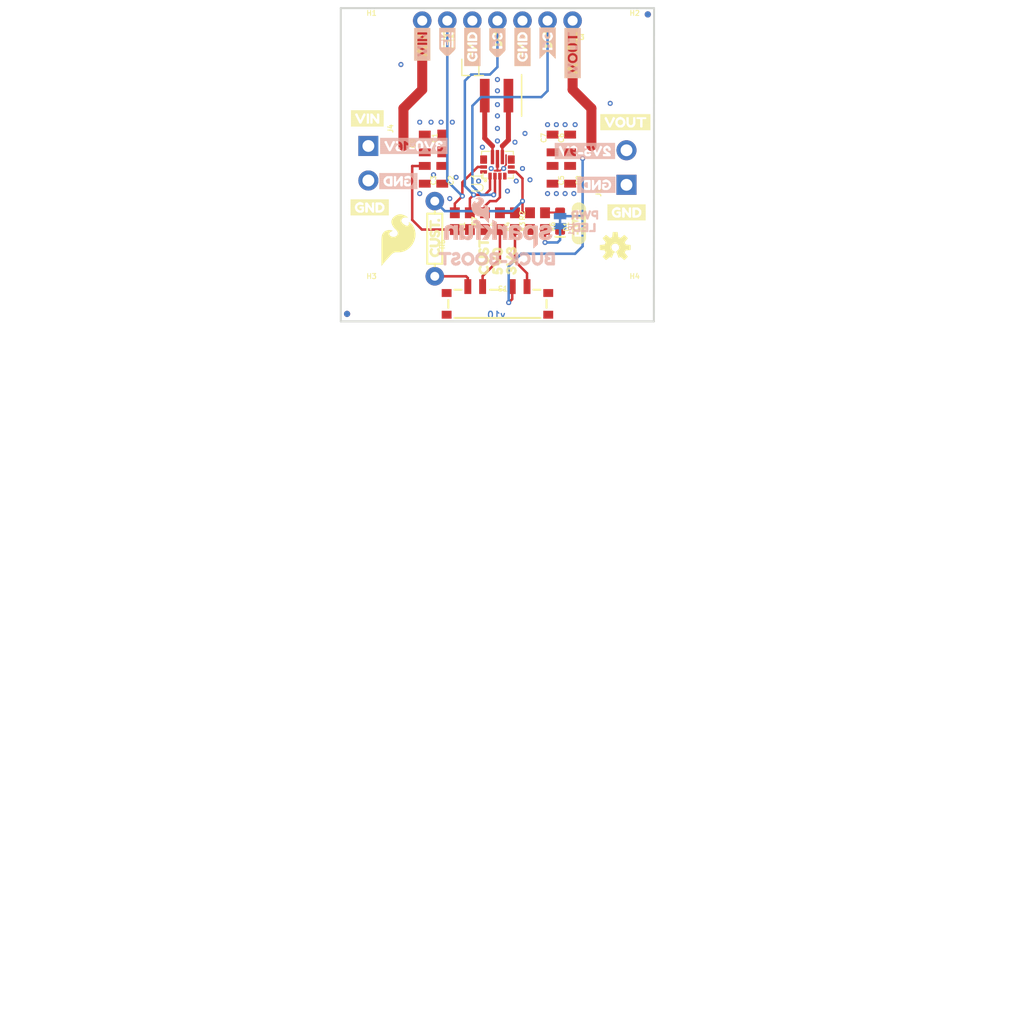
<source format=kicad_pcb>
(kicad_pcb (version 20211014) (generator pcbnew)
  (layers (0 "F.Cu" signal) (31 "B.Cu" signal) (34 "B.Paste" user) (35 "F.Paste" user) (36 "B.SilkS" user "B.Silkscreen") (37 "F.SilkS" user "F.Silkscreen") (38 "B.Mask" user) (39 "F.Mask" user) (44 "Edge.Cuts" user))
  (net 0 "")
  (net 1 "N$1")
  (net 2 "N$2")
  (net 3 "VIN")
  (net 4 "N$6")
  (net 5 "GND")
  (net 6 "VOUT")
  (net 7 "FB")
  (net 8 "~{EN}")
  (net 9 "N$4")
  (net 10 "N$5")
  (net 11 "N$7")
  (net 12 "N$8")
  (net 13 "N$9")
  (net 14 "PS")
  (net 15 "PG")
  (footprint "boardEagle:PS1" (layer "F.Cu") (at 148.5011 94.2086 90)
    (fp_text reference "U$23" hide)
    (fp_text value "" hide)
  )
  (footprint "boardEagle:GND1" (layer "F.Cu") (at 145.9611 95.4786 90)
    (fp_text reference "U$4" hide)
    (fp_text value "" hide)
  )
  (footprint "boardEagle:PWR2" (layer "F.Cu") (at 156.7561 113.1316 90)
    (fp_text reference "U$1" hide)
    (fp_text value "" hide)
  )
  (footprint "boardEagle:VIN3" (layer "F.Cu") (at 133.1341 100.3046)
    (fp_text reference "U$5" hide)
    (fp_text value "" hide)
  )
  (footprint "boardEagle:0603" (layer "F.Cu") (at 150.2791 110.7186 -90)
    (fp_text reference "R3" (at 0 -0.762 90) (layer "F.SilkS") (effects (font (size 0.512064 0.512064) (thickness 0.097536)) (justify right)))
    (fp_text value "213k")
    (pad "1" smd rect (at -0.85 0 270) (size 1.1 1) (layers "F.Cu" "F.Paste" "F.Mask") (net 7 "FB"))
    (pad "2" smd rect (at 0.85 0 270) (size 1.1 1) (layers "F.Cu" "F.Paste" "F.Mask") (net 11 "N$7"))
  )
  (footprint "boardEagle:LED-0603" (layer "F.Cu") (at 154.8511 110.7186 -90)
    (fp_text reference "D1" (at 0 -0.635 90) (layer "F.SilkS") (effects (font (size 0.512064 0.512064) (thickness 0.097536)) (justify right)))
    (fp_text value "RED")
    (pad "A" smd roundrect (at -0.877 0 180) (size 1 1) (layers "F.Cu" "F.Paste" "F.Mask") (roundrect_rratio 0.15) (net 13 "N$9"))
    (pad "C" smd roundrect (at 0.877 0 180) (size 1 1) (layers "F.Cu" "F.Paste" "F.Mask") (roundrect_rratio 0.15) (net 5 "GND"))
  )
  (footprint "boardEagle:3V39" (layer "F.Cu") (at 149.8981 117.0686 90)
    (fp_text reference "U$19" hide)
    (fp_text value "" hide)
  )
  (footprint "boardEagle:0805" (layer "F.Cu") (at 155.8671 102.8446 90)
    (fp_text reference "C6" (at 0 -0.889 90) (layer "F.SilkS") (effects (font (size 0.512064 0.512064) (thickness 0.097536)) (justify left)))
    (fp_text value "22uF")
    (pad "1" smd rect (at -0.9 0 90) (size 0.8 1.2) (layers "F.Cu" "F.Paste" "F.Mask") (net 6 "VOUT"))
    (pad "2" smd rect (at 0.9 0 90) (size 0.8 1.2) (layers "F.Cu" "F.Paste" "F.Mask") (net 5 "GND"))
  )
  (footprint "boardEagle:GND1" (layer "F.Cu") (at 151.0411 95.4786 90)
    (fp_text reference "U$20" hide)
    (fp_text value "" hide)
  )
  (footprint "boardEagle:0603" (layer "F.Cu") (at 147.2311 110.7186 -90)
    (fp_text reference "C4" (at 0 -0.762 90) (layer "F.SilkS") (effects (font (size 0.512064 0.512064) (thickness 0.097536)) (justify right)))
    (fp_text value "0.1uF")
    (pad "1" smd rect (at -0.85 0 270) (size 1.1 1) (layers "F.Cu" "F.Paste" "F.Mask") (net 4 "N$6"))
    (pad "2" smd rect (at 0.85 0 270) (size 1.1 1) (layers "F.Cu" "F.Paste" "F.Mask") (net 5 "GND"))
  )
  (footprint "boardEagle:GND4" (layer "F.Cu") (at 159.1691 109.8296)
    (fp_text reference "U$7" hide)
    (fp_text value "" hide)
  )
  (footprint "boardEagle:CREATIVE_COMMONS" (layer "F.Cu") (at 118.6561 139.9286)
    (fp_text reference "FRAME1" hide)
    (fp_text value "FRAME-LETTER" hide)
  )
  (footprint "boardEagle:0805" (layer "F.Cu") (at 141.1351 102.8446 90)
    (fp_text reference "C9" (at 0 -0.889 90) (layer "F.SilkS") (effects (font (size 0.48768 0.48768) (thickness 0.12192)) (justify bottom)))
    (fp_text value "10uF")
    (pad "1" smd rect (at -0.9 0 90) (size 0.8 1.2) (layers "F.Cu" "F.Paste" "F.Mask") (net 3 "VIN"))
    (pad "2" smd rect (at 0.9 0 90) (size 0.8 1.2) (layers "F.Cu" "F.Paste" "F.Mask") (net 5 "GND"))
  )
  (footprint "boardEagle:OSHW-LOGO-S" (layer "F.Cu") (at 160.4391 113.3856)
    (fp_text reference "LOGO2" hide)
    (fp_text value "OSHW-LOGOS" hide)
  )
  (footprint "boardEagle:CUST#7" (layer "F.Cu") (at 147.1041 117.0686 90)
    (fp_text reference "U$17" hide)
    (fp_text value "" hide)
  )
  (footprint "boardEagle:AXIAL-0.3" (layer "F.Cu") (at 142.1511 112.4966 -90)
    (fp_text reference "R5" (at 0 -0.762 90) (layer "F.SilkS") (effects (font (size 0.512064 0.512064) (thickness 0.097536)) (justify right)))
    (fp_text value "CUSTOM")
    (pad "P$1" thru_hole circle (at -3.81 0 270) (size 1.8796 1.8796) (drill 0.9) (layers *.Cu *.Mask) (net 7 "FB"))
    (pad "P$2" thru_hole circle (at 3.81 0 270) (size 1.8796 1.8796) (drill 0.9) (layers *.Cu *.Mask) (net 9 "N$4"))
  )
  (footprint "boardEagle:0805" (layer "F.Cu") (at 155.8671 106.0196 -90)
    (fp_text reference "C8" (at 0 -0.889 90) (layer "F.SilkS") (effects (font (size 0.512064 0.512064) (thickness 0.097536)) (justify right)))
    (fp_text value "22uF")
    (pad "1" smd rect (at -0.9 0 270) (size 0.8 1.2) (layers "F.Cu" "F.Paste" "F.Mask") (net 6 "VOUT"))
    (pad "2" smd rect (at 0.9 0 270) (size 0.8 1.2) (layers "F.Cu" "F.Paste" "F.Mask") (net 5 "GND"))
  )
  (footprint "boardEagle:0603" (layer "F.Cu") (at 151.8031 110.7186 90)
    (fp_text reference "R2" (at 0 -0.762 90) (layer "F.SilkS") (effects (font (size 0.512064 0.512064) (thickness 0.097536)) (justify left)))
    (fp_text value "68.1k")
    (pad "1" smd rect (at -0.85 0 90) (size 1.1 1) (layers "F.Cu" "F.Paste" "F.Mask") (net 5 "GND"))
    (pad "2" smd rect (at 0.85 0 90) (size 1.1 1) (layers "F.Cu" "F.Paste" "F.Mask") (net 7 "FB"))
  )
  (footprint "boardEagle:0805" (layer "F.Cu") (at 154.0891 106.0196 -90)
    (fp_text reference "C5" (at 0 -0.889 90) (layer "F.SilkS") (effects (font (size 0.512064 0.512064) (thickness 0.097536)) (justify right)))
    (fp_text value "10uF")
    (pad "1" smd rect (at -0.9 0 270) (size 0.8 1.2) (layers "F.Cu" "F.Paste" "F.Mask") (net 6 "VOUT"))
    (pad "2" smd rect (at 0.9 0 270) (size 0.8 1.2) (layers "F.Cu" "F.Paste" "F.Mask") (net 5 "GND"))
  )
  (footprint "boardEagle:FIDUCIAL-MICRO" (layer "F.Cu") (at 163.7411 89.7636)
    (fp_text reference "FD1" hide)
    (fp_text value "FIDUCIALUFIDUCIAL" hide)
    (pad "1" smd roundrect (at 0 0) (size 0.635 0.635) (layers "F.Cu" "F.Mask") (roundrect_rratio 0.5))
  )
  (footprint "boardEagle:0805" (layer "F.Cu") (at 142.9131 106.0196 -90)
    (fp_text reference "C2" (at 0 -0.889 90) (layer "F.SilkS") (effects (font (size 0.512064 0.512064) (thickness 0.097536)) (justify right)))
    (fp_text value "10uF")
    (pad "1" smd rect (at -0.9 0 270) (size 0.8 1.2) (layers "F.Cu" "F.Paste" "F.Mask") (net 3 "VIN"))
    (pad "2" smd rect (at 0.9 0 270) (size 0.8 1.2) (layers "F.Cu" "F.Paste" "F.Mask") (net 5 "GND"))
  )
  (footprint "boardEagle:0603" (layer "F.Cu") (at 145.7071 110.7186 -90)
    (fp_text reference "R7" (at 0 -0.762 -90) (layer "F.SilkS") (effects (font (size 0.48768 0.48768) (thickness 0.12192)) (justify bottom)))
    (fp_text value "10k")
    (pad "1" smd rect (at -0.85 0 270) (size 1.1 1) (layers "F.Cu" "F.Paste" "F.Mask") (net 14 "PS"))
    (pad "2" smd rect (at 0.85 0 270) (size 1.1 1) (layers "F.Cu" "F.Paste" "F.Mask") (net 3 "VIN"))
  )
  (footprint "boardEagle:STAND-OFF" (layer "F.Cu") (at 161.8361 118.3386)
    (fp_text reference "H4" (at 0 -2.032) (layer "F.SilkS") (effects (font (size 0.512064 0.512064) (thickness 0.097536)) (justify left)))
    (fp_text value "STAND-OFF")
    (pad "" np_thru_hole circle (at 0 0) (size 3.302 3.302) (drill 3.302) (layers *.Cu *.Mask))
  )
  (footprint "boardEagle:SFE_LOGO_FLAME_.2" (layer "F.Cu") (at 138.4681 112.6236)
    (fp_text reference "U$9" hide)
    (fp_text value "" hide)
  )
  (footprint "boardEagle:0603" (layer "F.Cu") (at 153.3271 110.7186 -90)
    (fp_text reference "R6" (at 0 -0.762 90) (layer "F.SilkS") (effects (font (size 0.512064 0.512064) (thickness 0.097536)) (justify right)))
    (fp_text value "1k")
    (pad "1" smd rect (at -0.85 0 270) (size 1.1 1) (layers "F.Cu" "F.Paste" "F.Mask") (net 13 "N$9"))
    (pad "2" smd rect (at 0.85 0 270) (size 1.1 1) (layers "F.Cu" "F.Paste" "F.Mask") (net 12 "N$8"))
  )
  (footprint "boardEagle:FIDUCIAL-MICRO" (layer "F.Cu") (at 133.2611 120.1166)
    (fp_text reference "FD3" hide)
    (fp_text value "FIDUCIALUFIDUCIAL" hide)
    (pad "1" smd roundrect (at 0 0) (size 0.635 0.635) (layers "F.Cu" "F.Mask") (roundrect_rratio 0.5))
  )
  (footprint "boardEagle:0603" (layer "F.Cu") (at 142.9131 102.8446 90)
    (fp_text reference "C1" (at 0 -0.762 90) (layer "F.SilkS") (effects (font (size 0.512064 0.512064) (thickness 0.097536)) (justify left)))
    (fp_text value "0.1uF")
    (pad "1" smd rect (at -0.85 0 90) (size 1.1 1) (layers "F.Cu" "F.Paste" "F.Mask") (net 3 "VIN"))
    (pad "2" smd rect (at 0.85 0 90) (size 1.1 1) (layers "F.Cu" "F.Paste" "F.Mask") (net 5 "GND"))
  )
  (footprint "boardEagle:VIN0" (layer "F.Cu") (at 140.8811 94.9706 90)
    (fp_text reference "U$3" hide)
    (fp_text value "" hide)
  )
  (footprint "boardEagle:STAND-OFF" (layer "F.Cu") (at 135.1661 91.6686)
    (fp_text reference "H1" (at 0 -2.032) (layer "F.SilkS") (effects (font (size 0.512064 0.512064) (thickness 0.097536)) (justify left)))
    (fp_text value "STAND-OFF")
    (pad "" np_thru_hole circle (at 0 0) (size 3.302 3.302) (drill 3.302) (layers *.Cu *.Mask))
  )
  (footprint "boardEagle:5V08" (layer "F.Cu") (at 148.5011 117.0686 90)
    (fp_text reference "U$18" hide)
    (fp_text value "" hide)
  )
  (footprint "boardEagle:ORDERING_INSTRUCTIONS" (layer "F.Cu") (at 98.3361 141.1986)
    (fp_text reference "LOGO3" hide)
    (fp_text value "SPECIAL_INSTRUCTIONS-ORDERING" hide)
  )
  (footprint "boardEagle:0603" (layer "F.Cu") (at 144.1831 110.7186 -90)
    (fp_text reference "R1" (at 0 -0.762 90) (layer "F.SilkS") (effects (font (size 0.512064 0.512064) (thickness 0.097536)) (justify right)))
    (fp_text value "10k")
    (pad "1" smd rect (at -0.85 0 270) (size 1.1 1) (layers "F.Cu" "F.Paste" "F.Mask") (net 8 "~{EN}"))
    (pad "2" smd rect (at 0.85 0 270) (size 1.1 1) (layers "F.Cu" "F.Paste" "F.Mask") (net 3 "VIN"))
  )
  (footprint "boardEagle:VQFN-15-HR(3X2.5)" (layer "F.Cu") (at 148.5011 105.0036 90)
    (fp_text reference "U1" (at -3 -2 90) (layer "F.SilkS") (effects (font (size 1.176528 1.176528) (thickness 0.093472)) (justify left)))
    (fp_text value "TPS63070")
    (pad "P$1" smd roundrect (at -1.15 -0.75 90) (size 0.7 0.35) (layers "F.Cu") (roundrect_rratio 0.15) (net 14 "PS"))
    (pad "P$2" smd roundrect (at -1.15 -0.25 90) (size 0.7 0.35) (layers "F.Cu") (roundrect_rratio 0.15) (net 15 "PG"))
    (pad "P$3" smd roundrect (at -1.15 0.25 90) (size 0.7 0.35) (layers "F.Cu") (roundrect_rratio 0.15) (net 4 "N$6"))
    (pad "P$4" smd roundrect (at -1.15 0.75 90) (size 0.7 0.35) (layers "F.Cu") (roundrect_rratio 0.15) (net 5 "GND"))
    (pad "P$5" smd roundrect (at -0.725 1.4 180) (size 0.7 0.35) (layers "F.Cu") (roundrect_rratio 0.15) (net 7 "FB"))
    (pad "P$6" smd roundrect (at -0.225 1.4 180) (size 0.7 0.35) (layers "F.Cu") (roundrect_rratio 0.15) (net 5 "GND"))
    (pad "P$7/8" smd roundrect (at 0.525 1.4 90) (size 0.85 0.7) (layers "F.Cu") (roundrect_rratio 0.075) (net 6 "VOUT"))
    (pad "P$9" smd roundrect (at 0.775 0.5 90) (size 1.45 0.35) (layers "F.Cu") (roundrect_rratio 0.155) (net 2 "N$2"))
    (pad "P$10" smd roundrect (at 0.6 0 90) (size 1.8 0.35) (layers "F.Cu") (roundrect_rratio 0.155) (net 5 "GND"))
    (pad "P$11" smd roundrect (at 0.775 -0.5 90) (size 1.45 0.35) (layers "F.Cu") (roundrect_rratio 0.155) (net 1 "N$1"))
    (pad "P$12/13" smd roundrect (at 0.525 -1.4 90) (size 0.85 0.7) (layers "F.Cu") (roundrect_rratio 0.075) (net 3 "VIN"))
    (pad "P$14" smd roundrect (at -0.225 -1.4 180) (size 0.7 0.35) (layers "F.Cu") (roundrect_rratio 0.15) (net 8 "~{EN}"))
    (pad "P$15" smd roundrect (at -0.725 -1.4 180) (size 0.7 0.35) (layers "F.Cu") (roundrect_rratio 0.15) (net 5 "GND"))
  )
  (footprint "boardEagle:GND4" (layer "F.Cu") (at 133.1341 109.3216)
    (fp_text reference "U$6" hide)
    (fp_text value "" hide)
  )
  (footprint "boardEagle:0603" (layer "F.Cu") (at 148.7551 110.7186 -90)
    (fp_text reference "R4" (at 0 -0.762 90) (layer "F.SilkS") (effects (font (size 0.512064 0.512064) (thickness 0.097536)) (justify right)))
    (fp_text value "365k")
    (pad "1" smd rect (at -0.85 0 270) (size 1.1 1) (layers "F.Cu" "F.Paste" "F.Mask") (net 7 "FB"))
    (pad "2" smd rect (at 0.85 0 270) (size 1.1 1) (layers "F.Cu" "F.Paste" "F.Mask") (net 10 "N$5"))
  )
  (footprint "boardEagle:VOUT5" (layer "F.Cu") (at 158.4071 100.6856)
    (fp_text reference "U$8" hide)
    (fp_text value "" hide)
  )
  (footprint "boardEagle:0805" (layer "F.Cu") (at 141.1351 106.0196 -90)
    (fp_text reference "C3" (at 0 -0.889 90) (layer "F.SilkS") (effects (font (size 0.512064 0.512064) (thickness 0.097536)) (justify right)))
    (fp_text value "10uF")
    (pad "1" smd rect (at -0.9 0 270) (size 0.8 1.2) (layers "F.Cu" "F.Paste" "F.Mask") (net 3 "VIN"))
    (pad "2" smd rect (at 0.9 0 270) (size 0.8 1.2) (layers "F.Cu" "F.Paste" "F.Mask") (net 5 "GND"))
  )
  (footprint "boardEagle:#EN0" (layer "F.Cu") (at 143.4211 94.2086 90)
    (fp_text reference "U$22" hide)
    (fp_text value "" hide)
  )
  (footprint "boardEagle:SWITCH_SP3T_SMD" (layer "F.Cu") (at 148.5011 119.1006 180)
    (fp_text reference "S1" (at 0 1.524) (layer "F.SilkS") (effects (font (size 0.512064 0.512064) (thickness 0.097536)) (justify left)))
    (fp_text value "")
    (pad "" np_thru_hole circle (at 2.5 0 180) (size 0.9 0.9) (drill 0.9) (layers *.Cu *.Mask))
    (pad "" np_thru_hole circle (at -2.5 0 180) (size 0.9 0.9) (drill 0.9) (layers *.Cu *.Mask))
    (pad "1" smd rect (at 3 1.75) (size 0.7 1.5) (layers "F.Cu" "F.Paste" "F.Mask") (net 9 "N$4"))
    (pad "2" smd rect (at 1.5 1.75) (size 0.7 1.5) (layers "F.Cu" "F.Paste" "F.Mask") (net 10 "N$5"))
    (pad "3" smd rect (at -1.5 1.75) (size 0.7 1.5) (layers "F.Cu" "F.Paste" "F.Mask") (net 6 "VOUT"))
    (pad "4" smd rect (at -3 1.75) (size 0.7 1.5) (layers "F.Cu" "F.Paste" "F.Mask") (net 11 "N$7"))
    (pad "P$1" smd rect (at -5.15 1.1) (size 1 0.8) (layers "F.Cu" "F.Paste" "F.Mask"))
    (pad "P$2" smd rect (at -5.15 -1.1) (size 1 0.8) (layers "F.Cu" "F.Paste" "F.Mask"))
    (pad "P$3" smd rect (at 5.15 -1.1) (size 1 0.8) (layers "F.Cu" "F.Paste" "F.Mask"))
    (pad "P$4" smd rect (at 5.15 1.1) (size 1 0.8) (layers "F.Cu" "F.Paste" "F.Mask"))
  )
  (footprint "boardEagle:0805" (layer "F.Cu") (at 154.0891 102.8446 90)
    (fp_text reference "C7" (at 0 -0.889 90) (layer "F.SilkS") (effects (font (size 0.512064 0.512064) (thickness 0.097536)) (justify left)))
    (fp_text value "22uF")
    (pad "1" smd rect (at -0.9 0 90) (size 0.8 1.2) (layers "F.Cu" "F.Paste" "F.Mask") (net 6 "VOUT"))
    (pad "2" smd rect (at 0.9 0 90) (size 0.8 1.2) (layers "F.Cu" "F.Paste" "F.Mask") (net 5 "GND"))
  )
  (footprint "boardEagle:CUST#7" (layer "F.Cu") (at 142.1511 115.2906 90)
    (fp_text reference "U$2" hide)
    (fp_text value "" hide)
  )
  (footprint "boardEagle:SCREWTERMINAL-3.5MM-2-NS" (layer "F.Cu") (at 135.4201 103.0986 -90)
    (fp_text reference "J4" (at -1.27 -2.54 -90) (layer "F.SilkS") (effects (font (size 0.48768 0.48768) (thickness 0.12192)) (justify left bottom)))
    (fp_text value "")
    (pad "1" thru_hole rect (at 0 0 270) (size 2.032 2.032) (drill 1.2) (layers *.Cu *.Mask) (net 3 "VIN"))
    (pad "2" thru_hole circle (at 3.5 0 270) (size 2.032 2.032) (drill 1.2) (layers *.Cu *.Mask) (net 5 "GND"))
  )
  (footprint "boardEagle:STAND-OFF" (layer "F.Cu") (at 161.8361 91.6686)
    (fp_text reference "H2" (at 0 -2.032) (layer "F.SilkS") (effects (font (size 0.512064 0.512064) (thickness 0.097536)) (justify left)))
    (fp_text value "STAND-OFF")
    (pad "" np_thru_hole circle (at 0 0) (size 3.302 3.302) (drill 3.302) (layers *.Cu *.Mask))
  )
  (footprint "boardEagle:XFL4020" (layer "F.Cu") (at 146.2151 99.7966)
    (fp_text reference "L1" (at -1.8 -4.6) (layer "F.SilkS") (effects (font (size 1.647139 1.647139) (thickness 0.130861)) (justify left)))
    (fp_text value "1.5uH")
    (pad "P$1" smd rect (at 1 -1.8 90) (size 3.4 0.98) (layers "F.Cu" "F.Paste" "F.Mask") (net 1 "N$1"))
    (pad "P$2" smd rect (at 3.4 -1.8 90) (size 3.4 0.98) (layers "F.Cu" "F.Paste" "F.Mask") (net 2 "N$2"))
  )
  (footprint "boardEagle:PG2" (layer "F.Cu") (at 153.5811 94.3356 90)
    (fp_text reference "U$24" hide)
    (fp_text value "" hide)
  )
  (footprint "boardEagle:SCREWTERMINAL-3.5MM-2-NS" (layer "F.Cu") (at 161.5821 107.0356 90)
    (fp_text reference "J1" (at -1.27 -2.54 90) (layer "F.SilkS") (effects (font (size 0.48768 0.48768) (thickness 0.12192)) (justify left bottom)))
    (fp_text value "")
    (pad "1" thru_hole rect (at 0 0 90) (size 2.032 2.032) (drill 1.2) (layers *.Cu *.Mask) (net 5 "GND"))
    (pad "2" thru_hole circle (at 3.5 0 90) (size 2.032 2.032) (drill 1.2) (layers *.Cu *.Mask) (net 6 "VOUT"))
  )
  (footprint "boardEagle:1X07_NO_SILK" (layer "F.Cu") (at 156.1211 90.3986 180)
    (fp_text reference "J3" (at -1.27 -1.397 180) (layer "F.SilkS") (effects (font (size 0.48768 0.48768) (thickness 0.12192)) (justify right top)))
    (fp_text value "")
    (pad "1" thru_hole circle (at 0 0 270) (size 1.8796 1.8796) (drill 1.016) (layers *.Cu *.Mask) (net 6 "VOUT"))
    (pad "2" thru_hole circle (at 2.54 0 270) (size 1.8796 1.8796) (drill 1.016) (layers *.Cu *.Mask) (net 15 "PG"))
    (pad "3" thru_hole circle (at 5.08 0 270) (size 1.8796 1.8796) (drill 1.016) (layers *.Cu *.Mask) (net 5 "GND"))
    (pad "4" thru_hole circle (at 7.62 0 270) (size 1.8796 1.8796) (drill 1.016) (layers *.Cu *.Mask) (net 14 "PS"))
    (pad "5" thru_hole circle (at 10.16 0 270) (size 1.8796 1.8796) (drill 1.016) (layers *.Cu *.Mask) (net 5 "GND"))
    (pad "6" thru_hole circle (at 12.7 0 270) (size 1.8796 1.8796) (drill 1.016) (layers *.Cu *.Mask) (net 8 "~{EN}"))
    (pad "7" thru_hole circle (at 15.24 0 270) (size 1.8796 1.8796) (drill 1.016) (layers *.Cu *.Mask) (net 3 "VIN"))
  )
  (footprint "boardEagle:STAND-OFF" (layer "F.Cu") (at 135.1661 118.3386)
    (fp_text reference "H3" (at 0 -2.032) (layer "F.SilkS") (effects (font (size 0.512064 0.512064) (thickness 0.097536)) (justify left)))
    (fp_text value "STAND-OFF")
    (pad "" np_thru_hole circle (at 0 0) (size 3.302 3.302) (drill 3.302) (layers *.Cu *.Mask))
  )
  (footprint "boardEagle:VOUT2" (layer "F.Cu") (at 156.1211 96.7486 90)
    (fp_text reference "U$21" hide)
    (fp_text value "" hide)
  )
  (footprint "boardEagle:VIN0" (layer "B.Cu") (at 140.8811 94.9706 90)
    (fp_text reference "U$25" hide)
    (fp_text value "" hide)
  )
  (footprint "boardEagle:2V5#9V1" (layer "B.Cu") (at 160.9471 103.6066 180)
    (fp_text reference "U$14" hide)
    (fp_text value "" hide)
  )
  (footprint "boardEagle:GND4" (layer "B.Cu") (at 140.8811 106.6546 180)
    (fp_text reference "U$12" hide)
    (fp_text value "" hide)
  )
  (footprint "boardEagle:PS1" (layer "B.Cu") (at 148.5011 94.2086 90)
    (fp_text reference "U$29" hide)
    (fp_text value "" hide)
  )
  (footprint "boardEagle:FIDUCIAL-MICRO" (layer "B.Cu") (at 163.7411 89.7636 180)
    (fp_text reference "FD2" hide)
    (fp_text value "FIDUCIALUFIDUCIAL" hide)
    (pad "1" smd roundrect (at 0 0 180) (size 0.635 0.635) (layers "B.Cu" "B.Mask") (roundrect_rratio 0.5))
  )
  (footprint "boardEagle:LED0" (layer "B.Cu") (at 159.2961 111.3536 180)
    (fp_text reference "U$16" hide)
    (fp_text value "" hide)
  )
  (footprint "boardEagle:GND1" (layer "B.Cu") (at 145.9611 95.4786 90)
    (fp_text reference "U$30" hide)
    (fp_text value "" hide)
  )
  (footprint "boardEagle:FIDUCIAL-MICRO" (layer "B.Cu") (at 133.2611 120.1166 180)
    (fp_text reference "FD4" hide)
    (fp_text value "FIDUCIALUFIDUCIAL" hide)
    (pad "1" smd roundrect (at 0 0 180) (size 0.635 0.635) (layers "B.Cu" "B.Mask") (roundrect_rratio 0.5))
  )
  (footprint "boardEagle:BUCK#BOOST18" (layer "B.Cu") (at 155.4861 114.5286 180)
    (fp_text reference "U$15" hide)
    (fp_text value "" hide)
  )
  (footprint "boardEagle:SMT-JUMPER_2_NC_TRACE_NO-SILK" (layer "B.Cu") (at 154.8511 110.7186 90)
    (fp_text reference "JP1" (at 0 1.143 90) (layer "B.SilkS") (effects (font (size 0.512064 0.512064) (thickness 0.097536)) (justify left mirror)))
    (fp_text value "")
    (fp_poly (pts (xy -0.2032 -0.127) (xy 0.2032 -0.127) (xy 0.2032 0.127) (xy -0.2032 0.127)) (layer "B.Cu") (width 0) (fill solid))
    (pad "1" smd rect (at -0.508 0 90) (size 0.635 1.27) (layers "B.Cu" "B.Mask") (net 12 "N$8"))
    (pad "2" smd rect (at 0.508 0 90) (size 0.635 1.27) (layers "B.Cu" "B.Mask") (net 6 "VOUT"))
  )
  (footprint "boardEagle:GND4" (layer "B.Cu") (at 160.9471 107.0356 180)
    (fp_text reference "U$13" hide)
    (fp_text value "" hide)
  )
  (footprint "boardEagle:VOUT2" (layer "B.Cu") (at 156.1211 96.7486 90)
    (fp_text reference "U$26" hide)
    (fp_text value "" hide)
  )
  (footprint "boardEagle:PWR1" (layer "B.Cu") (at 159.5501 110.0836 180)
    (fp_text reference "U$11" hide)
    (fp_text value "" hide)
  )
  (footprint "boardEagle:GND1" (layer "B.Cu") (at 151.0411 95.4786 90)
    (fp_text reference "U$31" hide)
    (fp_text value "" hide)
  )
  (footprint "boardEagle:SFE_LOGO_NAME_FLAME_.1" (layer "B.Cu") (at 148.5011 111.9886 180)
    (fp_text reference "LOGO1" hide)
    (fp_text value "SFE_LOGO_NAME_FLAME.1_INCH" hide)
  )
  (footprint "boardEagle:3V0#16V6" (layer "B.Cu") (at 143.9291 103.0986 180)
    (fp_text reference "U$10" hide)
    (fp_text value "" hide)
  )
  (footprint "boardEagle:PG2" (layer "B.Cu") (at 153.5811 94.3356 90)
    (fp_text reference "U$27" hide)
    (fp_text value "" hide)
  )
  (footprint "boardEagle:#EN0" (layer "B.Cu") (at 143.4211 94.2086 90)
    (fp_text reference "U$28" hide)
    (fp_text value "" hide)
  )
  (gr_line (start 164.3561 120.8786) (end 164.3761 89.1286) (layer "Edge.Cuts") (width 0.2032))
  (gr_line (start 132.6261 89.1286) (end 132.6261 120.8786) (layer "Edge.Cuts") (width 0.2032))
  (gr_line (start 132.6261 120.8786) (end 164.3561 120.8786) (layer "Edge.Cuts") (width 0.2032))
  (gr_line (start 164.3761 89.1286) (end 132.6261 89.1286) (layer "Edge.Cuts") (width 0.2032))
  (gr_text "v10" (at 149.3901 120.6246) (layer "B.Cu") (effects (font (size 0.69088 0.69088) (thickness 0.12192)) (justify left bottom mirror)))
  (segment (start 147.2151 102.3206) (end 147.9931 103.0986) (width 0.508) (layer "F.Cu") (net 1))
  (segment (start 147.2151 97.9966) (end 147.2151 102.3206) (width 0.508) (layer "F.Cu") (net 1))
  (segment (start 148.0011 104.2286) (end 148.0011 103.0986) (width 0.254) (layer "F.Cu") (net 1))
  (segment (start 147.9931 103.0986) (end 148.0011 103.0986) (width 0.508) (layer "F.Cu") (net 1))
  (segment (start 149.0091 103.0986) (end 149.6151 102.4926) (width 0.508) (layer "F.Cu") (net 2))
  (segment (start 149.6151 102.4926) (end 149.6151 97.9966) (width 0.508) (layer "F.Cu") (net 2))
  (segment (start 149.0011 104.2286) (end 149.0011 103.0986) (width 0.254) (layer "F.Cu") (net 2))
  (segment (start 149.0011 103.0986) (end 149.0091 103.0986) (width 0.508) (layer "F.Cu") (net 2))
  (segment (start 144.1831 111.5686) (end 140.8421 111.5686) (width 0.254) (layer "F.Cu") (net 3))
  (segment (start 145.7071 111.5686) (end 144.1831 111.5686) (width 0.254) (layer "F.Cu") (net 3))
  (segment (start 140.8811 97.3836) (end 138.9761 99.2886) (width 1.016) (layer "F.Cu") (net 3))
  (segment (start 138.9761 99.2886) (end 138.9761 103.0986) (width 1.016) (layer "F.Cu") (net 3))
  (segment (start 140.8421 111.5686) (end 139.8651 110.5916) (width 0.254) (layer "F.Cu") (net 3))
  (segment (start 141.1241 105.1306) (end 141.1351 105.1196) (width 0.254) (layer "F.Cu") (net 3))
  (segment (start 140.8811 90.3986) (end 140.8811 97.3836) (width 1.016) (layer "F.Cu") (net 3))
  (segment (start 139.8651 105.1306) (end 141.1241 105.1306) (width 0.254) (layer "F.Cu") (net 3))
  (segment (start 139.8651 110.5916) (end 139.8651 105.1306) (width 0.254) (layer "F.Cu") (net 3))
  (segment (start 148.7511 108.3096) (end 148.3741 108.6866) (width 0.254) (layer "F.Cu") (net 4))
  (segment (start 148.7511 106.1536) (end 148.7511 108.3096) (width 0.254) (layer "F.Cu") (net 4))
  (segment (start 147.2311 109.1946) (end 147.2311 109.8686) (width 0.254) (layer "F.Cu") (net 4))
  (segment (start 147.7391 108.6866) (end 147.2311 109.1946) (width 0.254) (layer "F.Cu") (net 4))
  (segment (start 148.3741 108.6866) (end 147.7391 108.6866) (width 0.254) (layer "F.Cu") (net 4))
  (segment (start 149.3901 105.0036) (end 149.3901 104.963294) (width 0.1524) (layer "F.Cu") (net 5))
  (segment (start 149.3901 104.963294) (end 149.3733 104.946494) (width 0.1524) (layer "F.Cu") (net 5))
  (segment (start 149.3733 104.946494) (end 149.3733 104.010707) (width 0.1524) (layer "F.Cu") (net 5))
  (segment (start 148.5011 105.6004) (end 148.7933 105.6004) (width 0.2032) (layer "F.Cu") (net 5))
  (segment (start 148.5011 105.6004) (end 148.2089 105.6004) (width 0.2032) (layer "F.Cu") (net 5))
  (segment (start 148.7933 105.6004) (end 149.3901 105.0036) (width 0.1524) (layer "F.Cu") (net 5))
  (segment (start 148.5011 104.4036) (end 148.5011 105.6004) (width 0.2032) (layer "F.Cu") (net 5))
  (via (at 143.9291 100.6856) (size 0.508) (drill 0.254) (layers "F.Cu" "B.Cu") (net 5))
  (via (at 146.5961 106.6546) (size 0.508) (drill 0.254) (layers "F.Cu" "B.Cu") (net 5))
  (via (at 140.6271 107.9246) (size 0.508) (drill 0.254) (layers "F.Cu" "B.Cu") (net 5))
  (via (at 156.3751 100.9396) (size 0.508) (drill 0.254) (layers "F.Cu" "B.Cu") (net 5))
  (via (at 140.6271 100.6856) (size 0.508) (drill 0.254) (layers "F.Cu" "B.Cu") (net 5))
  (via (at 151.0411 105.3846) (size 0.508) (drill 0.254) (layers "F.Cu" "B.Cu") (net 5))
  (via (at 141.7701 100.6856) (size 0.508) (drill 0.254) (layers "F.Cu" "B.Cu") (net 5))
  (via (at 142.7861 100.6856) (size 0.508) (drill 0.254) (layers "F.Cu" "B.Cu") (net 5))
  (via (at 154.4701 107.9246) (size 0.508) (drill 0.254) (layers "F.Cu" "B.Cu") (net 5))
  (via (at 148.5011 102.5906) (size 0.508) (drill 0.254) (layers "F.Cu" "B.Cu") (net 5))
  (via (at 159.9311 98.7806) (size 0.508) (drill 0.254) (layers "F.Cu" "B.Cu") (net 5))
  (via (at 156.2481 107.9246) (size 0.508) (drill 0.254) (layers "F.Cu" "B.Cu") (net 5))
  (via (at 154.4701 100.9396) (size 0.508) (drill 0.254) (layers "F.Cu" "B.Cu") (net 5))
  (via (at 143.6751 108.4326) (size 0.508) (drill 0.254) (layers "F.Cu" "B.Cu") (net 5))
  (via (at 149.5171 107.6706) (size 0.508) (drill 0.254) (layers "F.Cu" "B.Cu") (net 5))
  (via (at 148.5011 98.9076) (size 0.508) (drill 0.254) (layers "F.Cu" "B.Cu") (net 5))
  (via (at 148.5011 100.0506) (size 0.508) (drill 0.254) (layers "F.Cu" "B.Cu") (net 5))
  (via (at 149.1361 105.3846) (size 0.508) (drill 0.254) (layers "F.Cu" "B.Cu") (net 5))
  (via (at 150.4061 106.6546) (size 0.508) (drill 0.254) (layers "F.Cu" "B.Cu") (net 5))
  (via (at 151.8031 106.5276) (size 0.508) (drill 0.254) (layers "F.Cu" "B.Cu") (net 5))
  (via (at 153.5811 107.9246) (size 0.508) (drill 0.254) (layers "F.Cu" "B.Cu") (net 5))
  (via (at 144.3101 106.2736) (size 0.508) (drill 0.254) (layers "F.Cu" "B.Cu") (net 5))
  (via (at 142.0241 106.0196) (size 0.508) (drill 0.254) (layers "F.Cu" "B.Cu") (net 5))
  (via (at 148.5011 96.3676) (size 0.508) (drill 0.254) (layers "F.Cu" "B.Cu") (net 5))
  (via (at 148.5011 97.5106) (size 0.508) (drill 0.254) (layers "F.Cu" "B.Cu") (net 5))
  (via (at 150.2791 102.7176) (size 0.508) (drill 0.254) (layers "F.Cu" "B.Cu") (net 5))
  (via (at 155.3591 107.9246) (size 0.508) (drill 0.254) (layers "F.Cu" "B.Cu") (net 5))
  (via (at 138.7221 94.8436) (size 0.508) (drill 0.254) (layers "F.Cu" "B.Cu") (net 5))
  (via (at 153.5811 100.9396) (size 0.508) (drill 0.254) (layers "F.Cu" "B.Cu") (net 5))
  (via (at 151.2951 101.8286) (size 0.508) (drill 0.254) (layers "F.Cu" "B.Cu") (net 5))
  (via (at 155.3591 100.9396) (size 0.508) (drill 0.254) (layers "F.Cu" "B.Cu") (net 5))
  (via (at 148.5011 101.3206) (size 0.508) (drill 0.254) (layers "F.Cu" "B.Cu") (net 5))
  (via (at 147.8661 105.3846) (size 0.508) (drill 0.254) (layers "F.Cu" "B.Cu") (net 5))
  (via (at 146.9771 103.2256) (size 0.508) (drill 0.254) (layers "F.Cu" "B.Cu") (net 5))
  (segment (start 150.0011 118.6166) (end 149.6441 118.9736) (width 0.254) (layer "F.Cu") (net 6))
  (segment (start 150.0011 117.3506) (end 150.0011 118.6166) (width 0.254) (layer "F.Cu") (net 6))
  (segment (start 156.1211 90.3986) (end 156.1211 97.3836) (width 1.016) (layer "F.Cu") (net 6))
  (segment (start 156.1211 97.3836) (end 158.0261 99.2886) (width 1.016) (layer "F.Cu") (net 6))
  (segment (start 158.0261 99.2886) (end 158.0261 103.0986) (width 1.016) (layer "F.Cu") (net 6))
  (via (at 149.6441 118.9736) (size 0.508) (drill 0.254) (layers "F.Cu" "B.Cu") (net 6))
  (via (at 157.1371 104.3686) (size 0.508) (drill 0.254) (layers "F.Cu" "B.Cu") (net 6))
  (segment (start 154.8511 110.2106) (end 156.5021 110.2106) (width 0.254) (layer "B.Cu") (net 6))
  (segment (start 156.3751 114.0206) (end 157.1371 113.2586) (width 0.254) (layer "B.Cu") (net 6))
  (segment (start 149.6441 118.9736) (end 149.6441 115.2906) (width 0.254) (layer "B.Cu") (net 6))
  (segment (start 156.5021 110.2106) (end 157.1371 110.2106) (width 0.254) (layer "B.Cu") (net 6))
  (segment (start 157.1371 110.2106) (end 157.1371 104.3686) (width 0.254) (layer "B.Cu") (net 6))
  (segment (start 157.1371 113.2586) (end 157.1371 110.2106) (width 0.254) (layer "B.Cu") (net 6))
  (segment (start 150.9141 114.0206) (end 156.3751 114.0206) (width 0.254) (layer "B.Cu") (net 6))
  (segment (start 149.6441 115.2906) (end 150.9141 114.0206) (width 0.254) (layer "B.Cu") (net 6))
  (segment (start 151.0411 109.8686) (end 150.2791 109.8686) (width 0.254) (layer "F.Cu") (net 7))
  (segment (start 150.2791 109.8686) (end 148.7551 109.8686) (width 0.254) (layer "F.Cu") (net 7))
  (segment (start 149.9011 105.7286) (end 150.3691 105.7286) (width 0.254) (layer "F.Cu") (net 7))
  (segment (start 151.8031 109.8686) (end 151.0411 109.8686) (width 0.254) (layer "F.Cu") (net 7))
  (segment (start 150.3691 105.7286) (end 151.0411 106.4006) (width 0.254) (layer "F.Cu") (net 7))
  (segment (start 151.0411 108.9406) (end 151.0411 109.8686) (width 0.254) (layer "F.Cu") (net 7))
  (segment (start 151.0411 108.6866) (end 151.0411 108.9406) (width 0.254) (layer "F.Cu") (net 7))
  (segment (start 151.0411 106.4006) (end 151.0411 108.6866) (width 0.254) (layer "F.Cu") (net 7))
  (via (at 151.0411 108.6866) (size 0.508) (drill 0.254) (layers "F.Cu" "B.Cu") (net 7))
  (segment (start 150.0251 109.7026) (end 151.0411 108.6866) (width 0.254) (layer "B.Cu") (net 7))
  (segment (start 143.1671 109.7026) (end 150.0251 109.7026) (width 0.254) (layer "B.Cu") (net 7))
  (segment (start 142.1511 108.6866) (end 143.1671 109.7026) (width 0.254) (layer "B.Cu") (net 7))
  (segment (start 147.1011 105.2286) (end 146.4981 105.2286) (width 0.254) (layer "F.Cu") (net 8))
  (segment (start 144.9451 106.7816) (end 144.9451 108.1786) (width 0.254) (layer "F.Cu") (net 8))
  (segment (start 144.1831 108.9406) (end 144.1831 109.8686) (width 0.254) (layer "F.Cu") (net 8))
  (segment (start 146.4981 105.2286) (end 144.9451 106.7816) (width 0.254) (layer "F.Cu") (net 8))
  (segment (start 144.9451 108.1786) (end 144.1831 108.9406) (width 0.254) (layer "F.Cu") (net 8))
  (via (at 144.9451 108.1786) (size 0.508) (drill 0.254) (layers "F.Cu" "B.Cu") (net 8))
  (segment (start 143.4211 106.6546) (end 143.4211 90.3986) (width 0.254) (layer "B.Cu") (net 8))
  (segment (start 144.9451 108.1786) (end 143.4211 106.6546) (width 0.254) (layer "B.Cu") (net 8))
  (segment (start 145.5011 117.3506) (end 145.5011 116.4816) (width 0.254) (layer "F.Cu") (net 9))
  (segment (start 145.3261 116.3066) (end 142.1511 116.3066) (width 0.254) (layer "F.Cu") (net 9))
  (segment (start 145.5011 116.4816) (end 145.3261 116.3066) (width 0.254) (layer "F.Cu") (net 9))
  (segment (start 148.7551 114.5286) (end 147.0011 116.2826) (width 0.254) (layer "F.Cu") (net 10))
  (segment (start 148.7551 111.5686) (end 148.7551 114.5286) (width 0.254) (layer "F.Cu") (net 10))
  (segment (start 147.0011 116.2826) (end 147.0011 117.3506) (width 0.254) (layer "F.Cu") (net 10))
  (segment (start 150.2791 114.7826) (end 151.5011 116.0046) (width 0.254) (layer "F.Cu") (net 11))
  (segment (start 150.2791 111.5686) (end 150.2791 114.7826) (width 0.254) (layer "F.Cu") (net 11))
  (segment (start 151.5011 116.0046) (end 151.5011 117.3506) (width 0.254) (layer "F.Cu") (net 11))
  (segment (start 153.3271 111.5686) (end 153.3271 112.8776) (width 0.254) (layer "F.Cu") (net 12))
  (via (at 153.3271 112.8776) (size 0.508) (drill 0.254) (layers "F.Cu" "B.Cu") (net 12))
  (segment (start 154.5971 112.8776) (end 154.8511 112.6236) (width 0.254) (layer "B.Cu") (net 12))
  (segment (start 154.8511 112.6236) (end 154.8511 111.2266) (width 0.254) (layer "B.Cu") (net 12))
  (segment (start 153.3271 112.8776) (end 154.5971 112.8776) (width 0.254) (layer "B.Cu") (net 12))
  (segment (start 153.3541 109.8416) (end 153.3271 109.8686) (width 0.2032) (layer "F.Cu") (net 13))
  (segment (start 154.8511 109.8416) (end 153.3541 109.8416) (width 0.2032) (layer "F.Cu") (net 13))
  (segment (start 146.0881 108.0516) (end 145.7071 108.4326) (width 0.254) (layer "F.Cu") (net 14))
  (segment (start 147.2311 108.0516) (end 146.0881 108.0516) (width 0.254) (layer "F.Cu") (net 14))
  (segment (start 147.7511 107.5316) (end 147.2311 108.0516) (width 0.254) (layer "F.Cu") (net 14))
  (segment (start 145.7071 108.4326) (end 145.7071 109.8686) (width 0.254) (layer "F.Cu") (net 14))
  (segment (start 147.7511 106.1536) (end 147.7511 107.5316) (width 0.254) (layer "F.Cu") (net 14))
  (via (at 146.0881 108.0516) (size 0.508) (drill 0.254) (layers "F.Cu" "B.Cu") (net 14))
  (segment (start 147.7391 95.8596) (end 148.5011 95.0976) (width 0.254) (layer "B.Cu") (net 14))
  (segment (start 145.1991 96.4946) (end 145.8341 95.8596) (width 0.254) (layer "B.Cu") (net 14))
  (segment (start 148.5011 95.0976) (end 148.5011 90.3986) (width 0.254) (layer "B.Cu") (net 14))
  (segment (start 145.1991 107.1626) (end 145.1991 96.4946) (width 0.254) (layer "B.Cu") (net 14))
  (segment (start 145.8341 95.8596) (end 147.7391 95.8596) (width 0.254) (layer "B.Cu") (net 14))
  (segment (start 146.0881 108.0516) (end 145.1991 107.1626) (width 0.254) (layer "B.Cu") (net 14))
  (segment (start 148.2511 107.9206) (end 148.1201 108.0516) (width 0.254) (layer "F.Cu") (net 15))
  (segment (start 148.2511 106.1536) (end 148.2511 107.9206) (width 0.254) (layer "F.Cu") (net 15))
  (via (at 148.1201 108.0516) (size 0.508) (drill 0.254) (layers "F.Cu" "B.Cu") (net 15))
  (segment (start 153.5811 97.5106) (end 153.5811 90.3986) (width 0.254) (layer "B.Cu") (net 15))
  (segment (start 145.9611 99.0346) (end 146.8501 98.1456) (width 0.254) (layer "B.Cu") (net 15))
  (segment (start 148.1201 108.0516) (end 146.8501 108.0516) (width 0.254) (layer "B.Cu") (net 15))
  (segment (start 146.8501 98.1456) (end 152.9461 98.1456) (width 0.254) (layer "B.Cu") (net 15))
  (segment (start 152.9461 98.1456) (end 153.5811 97.5106) (width 0.254) (layer "B.Cu") (net 15))
  (segment (start 146.8501 108.0516) (end 145.9611 107.1626) (width 0.254) (layer "B.Cu") (net 15))
  (segment (start 145.9611 107.1626) (end 145.9611 99.0346) (width 0.254) (layer "B.Cu") (net 15))
)
</source>
